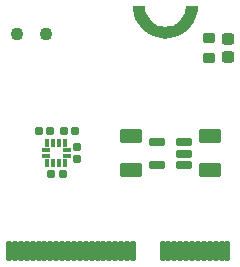
<source format=gbr>
%TF.GenerationSoftware,KiCad,Pcbnew,9.0.0*%
%TF.CreationDate,2025-05-22T16:29:36+04:00*%
%TF.ProjectId,02_05_sensor_magnetometer_LIS2MDLTR,30325f30-355f-4736-956e-736f725f6d61,rev?*%
%TF.SameCoordinates,Original*%
%TF.FileFunction,Soldermask,Top*%
%TF.FilePolarity,Negative*%
%FSLAX46Y46*%
G04 Gerber Fmt 4.6, Leading zero omitted, Abs format (unit mm)*
G04 Created by KiCad (PCBNEW 9.0.0) date 2025-05-22 16:29:36*
%MOMM*%
%LPD*%
G01*
G04 APERTURE LIST*
G04 Aperture macros list*
%AMRoundRect*
0 Rectangle with rounded corners*
0 $1 Rounding radius*
0 $2 $3 $4 $5 $6 $7 $8 $9 X,Y pos of 4 corners*
0 Add a 4 corners polygon primitive as box body*
4,1,4,$2,$3,$4,$5,$6,$7,$8,$9,$2,$3,0*
0 Add four circle primitives for the rounded corners*
1,1,$1+$1,$2,$3*
1,1,$1+$1,$4,$5*
1,1,$1+$1,$6,$7*
1,1,$1+$1,$8,$9*
0 Add four rect primitives between the rounded corners*
20,1,$1+$1,$2,$3,$4,$5,0*
20,1,$1+$1,$4,$5,$6,$7,0*
20,1,$1+$1,$6,$7,$8,$9,0*
20,1,$1+$1,$8,$9,$2,$3,0*%
G04 Aperture macros list end*
%ADD10C,0.000000*%
%ADD11RoundRect,0.101600X0.175000X0.725000X-0.175000X0.725000X-0.175000X-0.725000X0.175000X-0.725000X0*%
%ADD12C,0.657200*%
%ADD13RoundRect,0.225000X-0.300000X0.225000X-0.300000X-0.225000X0.300000X-0.225000X0.300000X0.225000X0*%
%ADD14RoundRect,0.165000X0.195000X-0.165000X0.195000X0.165000X-0.195000X0.165000X-0.195000X-0.165000X0*%
%ADD15RoundRect,0.243750X-0.281250X0.243750X-0.281250X-0.243750X0.281250X-0.243750X0.281250X0.243750X0*%
%ADD16RoundRect,0.160000X-0.160000X-0.210000X0.160000X-0.210000X0.160000X0.210000X-0.160000X0.210000X0*%
%ADD17C,1.100000*%
%ADD18RoundRect,0.175000X0.537500X0.175000X-0.537500X0.175000X-0.537500X-0.175000X0.537500X-0.175000X0*%
%ADD19RoundRect,0.165000X0.165000X0.195000X-0.165000X0.195000X-0.165000X-0.195000X0.165000X-0.195000X0*%
%ADD20RoundRect,0.271739X0.678261X-0.353261X0.678261X0.353261X-0.678261X0.353261X-0.678261X-0.353261X0*%
%ADD21RoundRect,0.165000X-0.165000X-0.195000X0.165000X-0.195000X0.165000X0.195000X-0.165000X0.195000X0*%
%ADD22RoundRect,0.050000X-0.140005X-0.250000X0.140005X-0.250000X0.140005X0.250000X-0.140005X0.250000X0*%
%ADD23RoundRect,0.050000X-0.250000X-0.140005X0.250000X-0.140005X0.250000X0.140005X-0.250000X0.140005X0*%
G04 APERTURE END LIST*
D10*
%TO.C,J1*%
G36*
X150777686Y-92669501D02*
G01*
X150856638Y-92964152D01*
X150985556Y-93240617D01*
X151160522Y-93490495D01*
X151376222Y-93706195D01*
X151626100Y-93881161D01*
X151902565Y-94010079D01*
X152197216Y-94089031D01*
X152501100Y-94115617D01*
X152804984Y-94089031D01*
X153099635Y-94010079D01*
X153376100Y-93881161D01*
X153625978Y-93706195D01*
X153841678Y-93490495D01*
X154016644Y-93240617D01*
X154145562Y-92964152D01*
X154251100Y-92365617D01*
X155251100Y-92365617D01*
X155227573Y-92724564D01*
X155157396Y-93077369D01*
X155041769Y-93417996D01*
X154882670Y-93740617D01*
X154682822Y-94039711D01*
X154445644Y-94310161D01*
X154175194Y-94547339D01*
X153876100Y-94747187D01*
X153553479Y-94906286D01*
X153212852Y-95021913D01*
X152501100Y-95115617D01*
X152142153Y-95092090D01*
X151789348Y-95021913D01*
X151448721Y-94906286D01*
X151126100Y-94747187D01*
X150827006Y-94547339D01*
X150556556Y-94310161D01*
X150319378Y-94039711D01*
X150119530Y-93740617D01*
X149960431Y-93417996D01*
X149844804Y-93077369D01*
X149774627Y-92724564D01*
X149751100Y-92365617D01*
X150751100Y-92365617D01*
X150777686Y-92669501D01*
G37*
%TD*%
D11*
%TO.C,J1*%
X157751100Y-113090617D03*
X157251100Y-113090617D03*
X156751100Y-113090617D03*
X156251100Y-113090617D03*
X155751100Y-113090617D03*
X155251100Y-113090617D03*
X154751100Y-113090617D03*
X154251100Y-113090617D03*
X153751100Y-113090617D03*
X153251100Y-113090617D03*
X152751100Y-113090617D03*
X152251100Y-113090617D03*
X149751100Y-113090617D03*
X149251100Y-113090617D03*
X148751100Y-113090617D03*
X148251100Y-113090617D03*
X147751100Y-113090617D03*
X147251100Y-113090617D03*
X146751100Y-113090617D03*
X146251100Y-113090617D03*
X145751100Y-113090617D03*
X145251100Y-113090617D03*
X144751100Y-113090617D03*
X144251100Y-113090617D03*
X143751100Y-113090617D03*
X143251100Y-113090617D03*
X142751100Y-113090617D03*
X142251100Y-113090617D03*
X141751100Y-113090617D03*
X141251100Y-113090617D03*
X140751100Y-113090617D03*
X140251100Y-113090617D03*
X139751100Y-113090617D03*
X139251100Y-113090617D03*
D12*
X150401100Y-93365617D03*
X152501100Y-94665617D03*
X154601100Y-93365617D03*
%TD*%
D13*
%TO.C,R1*%
X156200000Y-95075000D03*
X156200000Y-96725000D03*
%TD*%
D14*
%TO.C,C5*%
X145050064Y-105284093D03*
X145050064Y-104324093D03*
%TD*%
D15*
%TO.C,D1*%
X157800000Y-95137500D03*
X157800000Y-96712500D03*
%TD*%
D16*
%TO.C,R2*%
X142840064Y-106604093D03*
X143860064Y-106604093D03*
%TD*%
D17*
%TO.C,SDA*%
X139900000Y-94700000D03*
%TD*%
D18*
%TO.C,U2*%
X154075000Y-105800000D03*
X154075000Y-104850000D03*
X154075000Y-103900000D03*
X151800000Y-103900000D03*
X151800000Y-105800000D03*
%TD*%
D19*
%TO.C,C2*%
X142730064Y-102904093D03*
X141770064Y-102904093D03*
%TD*%
D20*
%TO.C,C3*%
X156300000Y-106275000D03*
X156300000Y-103325000D03*
%TD*%
D17*
%TO.C,SCL*%
X142400000Y-94700000D03*
%TD*%
D21*
%TO.C,C1*%
X143870064Y-102904093D03*
X144830064Y-102904093D03*
%TD*%
D22*
%TO.C,U3*%
X142500000Y-105679125D03*
X143000128Y-105679125D03*
X143500000Y-105679125D03*
X144000128Y-105679125D03*
D23*
X144125096Y-105054029D03*
X144125096Y-104554157D03*
D22*
X144000128Y-103929061D03*
X143500000Y-103929061D03*
X143000128Y-103929061D03*
X142500000Y-103929061D03*
D23*
X142375032Y-104554157D03*
X142375032Y-105054029D03*
%TD*%
D20*
%TO.C,C4*%
X149600000Y-106275000D03*
X149600000Y-103325000D03*
%TD*%
M02*

</source>
